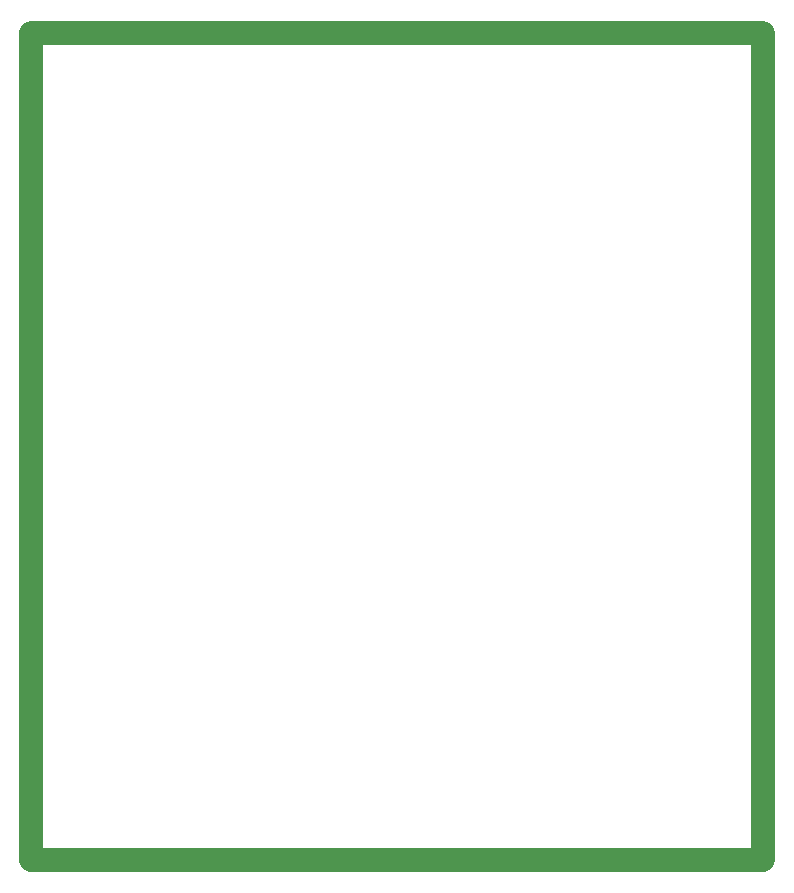
<source format=gbr>
G04 #@! TF.GenerationSoftware,KiCad,Pcbnew,5.1.5+dfsg1-2build2*
G04 #@! TF.CreationDate,2021-06-09T21:47:51-05:00*
G04 #@! TF.ProjectId,3inaudiomixer,33696e61-7564-4696-9f6d-697865722e6b,rev?*
G04 #@! TF.SameCoordinates,Original*
G04 #@! TF.FileFunction,Legend,Bot*
G04 #@! TF.FilePolarity,Positive*
%FSLAX46Y46*%
G04 Gerber Fmt 4.6, Leading zero omitted, Abs format (unit mm)*
G04 Created by KiCad (PCBNEW 5.1.5+dfsg1-2build2) date 2021-06-09 21:47:51*
%MOMM*%
%LPD*%
G04 APERTURE LIST*
%ADD10C,2.000000*%
G04 APERTURE END LIST*
D10*
X114000000Y-114000000D02*
X176000000Y-114000000D01*
X114000000Y-44000000D02*
X176000000Y-44000000D01*
X176000000Y-44000000D02*
X176000000Y-114000000D01*
X114000000Y-44000000D02*
X114000000Y-114000000D01*
M02*

</source>
